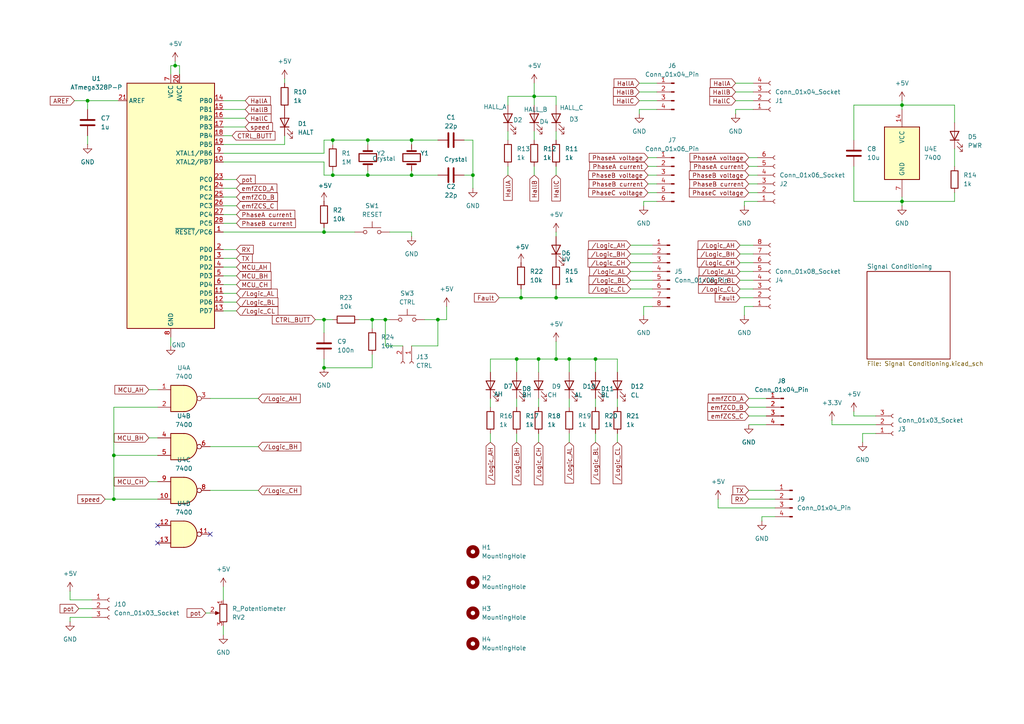
<source format=kicad_sch>
(kicad_sch (version 20250114) (generator "eeschema") (generator_version "9.0")
  (paper "A4")
  (junction (at 149.86 104.14))
  (junction (at 96.52 40.64))
  (junction (at 156.21 104.14))
  (junction (at 50.8 19.05))
  (junction (at 25.4 29.21))
  (junction (at 106.68 50.8))
  (junction (at 119.38 50.8))
  (junction (at 127 92.71))
  (junction (at 93.98 92.71))
  (junction (at 165.1 104.14))
  (junction (at 119.38 40.64))
  (junction (at 161.29 104.14))
  (junction (at 33.02 132.08))
  (junction (at 261.62 58.42))
  (junction (at 93.98 67.31))
  (junction (at 93.98 106.68))
  (junction (at 96.52 50.8))
  (junction (at 137.16 50.8))
  (junction (at 106.68 40.64))
  (junction (at 151.13 86.36))
  (junction (at 172.72 104.14))
  (junction (at 111.76 92.71))
  (junction (at 107.95 92.71))
  (junction (at 161.29 86.36))
  (junction (at 154.94 27.94))
  (junction (at 261.62 30.48))
  (junction (at 33.02 144.78))
  (no_connect (at 45.72 152.4))
  (no_connect (at 45.72 157.48))
  (no_connect (at 60.96 154.94))
  (wire (pts (xy 107.95 106.68) (xy 93.98 106.68)))
  (wire (pts (xy 172.72 104.14) (xy 172.72 107.95)))
  (wire (pts (xy 43.18 113.03) (xy 45.72 113.03)))
  (wire (pts (xy 64.77 67.31) (xy 93.98 67.31)))
  (wire (pts (xy 26.67 173.99) (xy 20.32 173.99)))
  (wire (pts (xy 208.28 147.32) (xy 224.79 147.32)))
  (wire (pts (xy 214.63 71.12) (xy 218.44 71.12)))
  (wire (pts (xy 33.02 144.78) (xy 45.72 144.78)))
  (wire (pts (xy 187.96 55.88) (xy 190.5 55.88)))
  (wire (pts (xy 149.86 118.11) (xy 149.86 115.57)))
  (wire (pts (xy 213.36 29.21) (xy 218.44 29.21)))
  (wire (pts (xy 119.38 40.64) (xy 119.38 41.91)))
  (wire (pts (xy 165.1 104.14) (xy 172.72 104.14)))
  (wire (pts (xy 161.29 83.82) (xy 161.29 86.36)))
  (wire (pts (xy 161.29 40.64) (xy 161.29 38.1)))
  (wire (pts (xy 182.88 83.82) (xy 189.23 83.82)))
  (wire (pts (xy 217.17 120.65) (xy 222.25 120.65)))
  (wire (pts (xy 64.77 31.75) (xy 71.12 31.75)))
  (wire (pts (xy 93.98 92.71) (xy 93.98 96.52)))
  (wire (pts (xy 64.77 80.01) (xy 68.58 80.01)))
  (wire (pts (xy 25.4 39.37) (xy 25.4 41.91)))
  (wire (pts (xy 49.53 19.05) (xy 50.8 19.05)))
  (wire (pts (xy 276.86 30.48) (xy 276.86 35.56)))
  (wire (pts (xy 93.98 40.64) (xy 96.52 40.64)))
  (wire (pts (xy 165.1 125.73) (xy 165.1 128.27)))
  (wire (pts (xy 93.98 66.04) (xy 93.98 67.31)))
  (wire (pts (xy 49.53 21.59) (xy 49.53 19.05)))
  (wire (pts (xy 64.77 59.69) (xy 68.58 59.69)))
  (wire (pts (xy 261.62 58.42) (xy 261.62 59.69)))
  (wire (pts (xy 64.77 46.99) (xy 93.98 46.99)))
  (wire (pts (xy 137.16 40.64) (xy 137.16 50.8)))
  (wire (pts (xy 185.42 31.75) (xy 185.42 33.02)))
  (wire (pts (xy 60.96 142.24) (xy 74.93 142.24)))
  (wire (pts (xy 147.32 40.64) (xy 147.32 38.1)))
  (wire (pts (xy 190.5 24.13) (xy 185.42 24.13)))
  (wire (pts (xy 142.24 118.11) (xy 142.24 115.57)))
  (wire (pts (xy 213.36 26.67) (xy 218.44 26.67)))
  (wire (pts (xy 142.24 125.73) (xy 142.24 128.27)))
  (wire (pts (xy 96.52 92.71) (xy 93.98 92.71)))
  (wire (pts (xy 96.52 40.64) (xy 96.52 41.91)))
  (wire (pts (xy 190.5 58.42) (xy 186.69 58.42)))
  (wire (pts (xy 247.65 119.38) (xy 247.65 120.65)))
  (wire (pts (xy 172.72 104.14) (xy 179.07 104.14)))
  (wire (pts (xy 142.24 104.14) (xy 149.86 104.14)))
  (wire (pts (xy 147.32 30.48) (xy 147.32 27.94)))
  (wire (pts (xy 50.8 19.05) (xy 52.07 19.05)))
  (wire (pts (xy 187.96 50.8) (xy 190.5 50.8)))
  (wire (pts (xy 64.77 64.77) (xy 68.58 64.77)))
  (wire (pts (xy 149.86 104.14) (xy 156.21 104.14)))
  (wire (pts (xy 22.86 176.53) (xy 26.67 176.53)))
  (wire (pts (xy 111.76 100.33) (xy 111.76 92.71)))
  (wire (pts (xy 144.78 86.36) (xy 151.13 86.36)))
  (wire (pts (xy 43.18 139.7) (xy 45.72 139.7)))
  (wire (pts (xy 127 50.8) (xy 119.38 50.8)))
  (wire (pts (xy 161.29 68.58) (xy 161.29 67.31)))
  (wire (pts (xy 217.17 55.88) (xy 219.71 55.88)))
  (wire (pts (xy 21.59 29.21) (xy 25.4 29.21)))
  (wire (pts (xy 50.8 17.78) (xy 50.8 19.05)))
  (wire (pts (xy 134.62 40.64) (xy 137.16 40.64)))
  (wire (pts (xy 213.36 24.13) (xy 218.44 24.13)))
  (wire (pts (xy 189.23 88.9) (xy 186.69 88.9)))
  (wire (pts (xy 64.77 74.93) (xy 68.58 74.93)))
  (wire (pts (xy 217.17 53.34) (xy 219.71 53.34)))
  (wire (pts (xy 64.77 29.21) (xy 71.12 29.21)))
  (wire (pts (xy 96.52 50.8) (xy 106.68 50.8)))
  (wire (pts (xy 214.63 76.2) (xy 218.44 76.2)))
  (wire (pts (xy 190.5 29.21) (xy 185.42 29.21)))
  (wire (pts (xy 165.1 118.11) (xy 165.1 115.57)))
  (wire (pts (xy 190.5 26.67) (xy 185.42 26.67)))
  (wire (pts (xy 137.16 50.8) (xy 137.16 54.61)))
  (wire (pts (xy 104.14 92.71) (xy 107.95 92.71)))
  (wire (pts (xy 161.29 104.14) (xy 165.1 104.14)))
  (wire (pts (xy 154.94 40.64) (xy 154.94 38.1)))
  (wire (pts (xy 161.29 99.06) (xy 161.29 104.14)))
  (wire (pts (xy 182.88 78.74) (xy 189.23 78.74)))
  (wire (pts (xy 261.62 57.15) (xy 261.62 58.42)))
  (wire (pts (xy 154.94 27.94) (xy 161.29 27.94)))
  (wire (pts (xy 276.86 55.88) (xy 276.86 58.42)))
  (wire (pts (xy 241.3 121.92) (xy 241.3 123.19)))
  (wire (pts (xy 156.21 104.14) (xy 156.21 107.95)))
  (wire (pts (xy 64.77 44.45) (xy 93.98 44.45)))
  (wire (pts (xy 151.13 83.82) (xy 151.13 86.36)))
  (wire (pts (xy 64.77 87.63) (xy 68.58 87.63)))
  (wire (pts (xy 93.98 50.8) (xy 93.98 46.99)))
  (wire (pts (xy 127 92.71) (xy 129.54 92.71)))
  (wire (pts (xy 182.88 76.2) (xy 189.23 76.2)))
  (wire (pts (xy 156.21 104.14) (xy 161.29 104.14)))
  (wire (pts (xy 219.71 58.42) (xy 215.9 58.42)))
  (wire (pts (xy 106.68 49.53) (xy 106.68 50.8)))
  (wire (pts (xy 220.98 151.13) (xy 220.98 149.86)))
  (wire (pts (xy 64.77 181.61) (xy 64.77 184.15)))
  (wire (pts (xy 142.24 107.95) (xy 142.24 104.14)))
  (wire (pts (xy 25.4 29.21) (xy 34.29 29.21)))
  (wire (pts (xy 220.98 149.86) (xy 224.79 149.86)))
  (wire (pts (xy 214.63 81.28) (xy 218.44 81.28)))
  (wire (pts (xy 215.9 58.42) (xy 215.9 59.69)))
  (wire (pts (xy 154.94 27.94) (xy 154.94 30.48)))
  (wire (pts (xy 82.55 22.86) (xy 82.55 24.13)))
  (wire (pts (xy 186.69 88.9) (xy 186.69 91.44)))
  (wire (pts (xy 113.03 67.31) (xy 119.38 67.31)))
  (wire (pts (xy 214.63 73.66) (xy 218.44 73.66)))
  (wire (pts (xy 154.94 24.13) (xy 154.94 27.94)))
  (wire (pts (xy 217.17 142.24) (xy 224.79 142.24)))
  (wire (pts (xy 179.07 118.11) (xy 179.07 115.57)))
  (wire (pts (xy 106.68 40.64) (xy 119.38 40.64)))
  (wire (pts (xy 161.29 48.26) (xy 161.29 50.8)))
  (wire (pts (xy 217.17 50.8) (xy 219.71 50.8)))
  (wire (pts (xy 247.65 58.42) (xy 261.62 58.42)))
  (wire (pts (xy 64.77 36.83) (xy 71.12 36.83)))
  (wire (pts (xy 218.44 88.9) (xy 215.9 88.9)))
  (wire (pts (xy 147.32 27.94) (xy 154.94 27.94)))
  (wire (pts (xy 20.32 179.07) (xy 20.32 180.34)))
  (wire (pts (xy 20.32 179.07) (xy 26.67 179.07)))
  (wire (pts (xy 107.95 92.71) (xy 111.76 92.71)))
  (wire (pts (xy 147.32 48.26) (xy 147.32 50.8)))
  (wire (pts (xy 276.86 58.42) (xy 261.62 58.42)))
  (wire (pts (xy 247.65 40.64) (xy 247.65 30.48)))
  (wire (pts (xy 64.77 90.17) (xy 68.58 90.17)))
  (wire (pts (xy 64.77 41.91) (xy 82.55 41.91)))
  (wire (pts (xy 215.9 88.9) (xy 215.9 91.44)))
  (wire (pts (xy 182.88 71.12) (xy 189.23 71.12)))
  (wire (pts (xy 214.63 78.74) (xy 218.44 78.74)))
  (wire (pts (xy 214.63 86.36) (xy 218.44 86.36)))
  (wire (pts (xy 33.02 132.08) (xy 45.72 132.08)))
  (wire (pts (xy 182.88 73.66) (xy 189.23 73.66)))
  (wire (pts (xy 156.21 118.11) (xy 156.21 115.57)))
  (wire (pts (xy 254 125.73) (xy 250.19 125.73)))
  (wire (pts (xy 64.77 77.47) (xy 68.58 77.47)))
  (wire (pts (xy 107.95 95.25) (xy 107.95 92.71)))
  (wire (pts (xy 33.02 132.08) (xy 33.02 144.78)))
  (wire (pts (xy 261.62 31.75) (xy 261.62 30.48)))
  (wire (pts (xy 64.77 57.15) (xy 68.58 57.15)))
  (wire (pts (xy 187.96 53.34) (xy 190.5 53.34)))
  (wire (pts (xy 217.17 48.26) (xy 219.71 48.26)))
  (wire (pts (xy 64.77 72.39) (xy 68.58 72.39)))
  (wire (pts (xy 119.38 100.33) (xy 127 100.33)))
  (wire (pts (xy 149.86 125.73) (xy 149.86 128.27)))
  (wire (pts (xy 60.96 115.57) (xy 74.93 115.57)))
  (wire (pts (xy 218.44 31.75) (xy 213.36 31.75)))
  (wire (pts (xy 52.07 19.05) (xy 52.07 21.59)))
  (wire (pts (xy 137.16 50.8) (xy 134.62 50.8)))
  (wire (pts (xy 96.52 49.53) (xy 96.52 50.8)))
  (wire (pts (xy 182.88 81.28) (xy 189.23 81.28)))
  (wire (pts (xy 187.96 48.26) (xy 190.5 48.26)))
  (wire (pts (xy 25.4 29.21) (xy 25.4 31.75)))
  (wire (pts (xy 93.98 44.45) (xy 93.98 40.64)))
  (wire (pts (xy 64.77 85.09) (xy 68.58 85.09)))
  (wire (pts (xy 247.65 48.26) (xy 247.65 58.42)))
  (wire (pts (xy 127 40.64) (xy 119.38 40.64)))
  (wire (pts (xy 49.53 97.79) (xy 49.53 100.33)))
  (wire (pts (xy 33.02 118.11) (xy 33.02 132.08)))
  (wire (pts (xy 111.76 92.71) (xy 113.03 92.71)))
  (wire (pts (xy 119.38 50.8) (xy 119.38 49.53)))
  (wire (pts (xy 64.77 170.18) (xy 64.77 173.99)))
  (wire (pts (xy 161.29 86.36) (xy 189.23 86.36)))
  (wire (pts (xy 186.69 58.42) (xy 186.69 59.69)))
  (wire (pts (xy 129.54 88.9) (xy 129.54 92.71)))
  (wire (pts (xy 172.72 125.73) (xy 172.72 128.27)))
  (wire (pts (xy 116.84 100.33) (xy 111.76 100.33)))
  (wire (pts (xy 33.02 118.11) (xy 45.72 118.11)))
  (wire (pts (xy 214.63 83.82) (xy 218.44 83.82)))
  (wire (pts (xy 93.98 104.14) (xy 93.98 106.68)))
  (wire (pts (xy 156.21 125.73) (xy 156.21 128.27)))
  (wire (pts (xy 149.86 104.14) (xy 149.86 107.95)))
  (wire (pts (xy 107.95 102.87) (xy 107.95 106.68)))
  (wire (pts (xy 213.36 31.75) (xy 213.36 33.02)))
  (wire (pts (xy 179.07 104.14) (xy 179.07 107.95)))
  (wire (pts (xy 261.62 30.48) (xy 261.62 29.21)))
  (wire (pts (xy 154.94 48.26) (xy 154.94 50.8)))
  (wire (pts (xy 82.55 41.91) (xy 82.55 39.37)))
  (wire (pts (xy 43.18 127) (xy 45.72 127)))
  (wire (pts (xy 172.72 118.11) (xy 172.72 115.57)))
  (wire (pts (xy 106.68 40.64) (xy 106.68 41.91)))
  (wire (pts (xy 64.77 52.07) (xy 68.58 52.07)))
  (wire (pts (xy 241.3 123.19) (xy 254 123.19)))
  (wire (pts (xy 217.17 144.78) (xy 224.79 144.78)))
  (wire (pts (xy 20.32 173.99) (xy 20.32 171.45)))
  (wire (pts (xy 59.69 177.8) (xy 60.96 177.8)))
  (wire (pts (xy 165.1 107.95) (xy 165.1 104.14)))
  (wire (pts (xy 119.38 67.31) (xy 119.38 68.58)))
  (wire (pts (xy 187.96 45.72) (xy 190.5 45.72)))
  (wire (pts (xy 247.65 120.65) (xy 254 120.65)))
  (wire (pts (xy 151.13 86.36) (xy 161.29 86.36)))
  (wire (pts (xy 250.19 125.73) (xy 250.19 128.27)))
  (wire (pts (xy 190.5 31.75) (xy 185.42 31.75)))
  (wire (pts (xy 247.65 30.48) (xy 261.62 30.48)))
  (wire (pts (xy 208.28 144.78) (xy 208.28 147.32)))
  (wire (pts (xy 91.44 92.71) (xy 93.98 92.71)))
  (wire (pts (xy 106.68 50.8) (xy 119.38 50.8)))
  (wire (pts (xy 64.77 62.23) (xy 68.58 62.23)))
  (wire (pts (xy 30.48 144.78) (xy 33.02 144.78)))
  (wire (pts (xy 127 100.33) (xy 127 92.71)))
  (wire (pts (xy 217.17 123.19) (xy 222.25 123.19)))
  (wire (pts (xy 64.77 82.55) (xy 68.58 82.55)))
  (wire (pts (xy 217.17 118.11) (xy 222.25 118.11)))
  (wire (pts (xy 123.19 92.71) (xy 127 92.71)))
  (wire (pts (xy 161.29 27.94) (xy 161.29 30.48)))
  (wire (pts (xy 276.86 43.18) (xy 276.86 48.26)))
  (wire (pts (xy 64.77 39.37) (xy 67.31 39.37)))
  (wire (pts (xy 179.07 125.73) (xy 179.07 128.27)))
  (wire (pts (xy 60.96 129.54) (xy 74.93 129.54)))
  (wire (pts (xy 64.77 34.29) (xy 71.12 34.29)))
  (wire (pts (xy 261.62 30.48) (xy 276.86 30.48)))
  (wire (pts (xy 96.52 40.64) (xy 106.68 40.64)))
  (wire (pts (xy 217.17 45.72) (xy 219.71 45.72)))
  (wire (pts (xy 93.98 67.31) (xy 102.87 67.31)))
  (wire (pts (xy 64.77 54.61) (xy 68.58 54.61)))
  (wire (pts (xy 93.98 50.8) (xy 96.52 50.8)))
  (wire (pts (xy 217.17 115.57) (xy 222.25 115.57)))
  (global_label "PhaseA current" (shape input) (at 68.58 62.23 0) (property "Intersheetrefs" "${INTERSHEET_REFS}" (effects (hide yes))))
  (global_label "speed" (shape input) (at 30.48 144.78 180) (property "Intersheetrefs" "${INTERSHEET_REFS}" (effects (hide yes))))
  (global_label "Fault" (shape input) (at 144.78 86.36 180) (property "Intersheetrefs" "${INTERSHEET_REFS}" (effects (hide yes))))
  (global_label "{slash}Logic_CL" (shape input) (at 179.07 128.27 270) (property "Intersheetrefs" "${INTERSHEET_REFS}" (effects (hide yes))))
  (global_label "emfZCD_B" (shape input) (at 68.58 57.15 0) (property "Intersheetrefs" "${INTERSHEET_REFS}" (effects (hide yes))))
  (global_label "PhaseA voltage" (shape input) (at 187.96 45.72 180) (property "Intersheetrefs" "${INTERSHEET_REFS}" (effects (hide yes))))
  (global_label "PhaseB current" (shape input) (at 68.58 64.77 0) (property "Intersheetrefs" "${INTERSHEET_REFS}" (effects (hide yes))))
  (global_label "PhaseC voltage" (shape input) (at 187.96 55.88 180) (property "Intersheetrefs" "${INTERSHEET_REFS}" (effects (hide yes))))
  (global_label "{slash}Logic_CH" (shape input) (at 156.21 128.27 270) (property "Intersheetrefs" "${INTERSHEET_REFS}" (effects (hide yes))))
  (global_label "MCU_BH" (shape input) (at 43.18 127 180) (property "Intersheetrefs" "${INTERSHEET_REFS}" (effects (hide yes))))
  (global_label "HallA" (shape input) (at 71.12 29.21 0) (property "Intersheetrefs" "${INTERSHEET_REFS}" (effects (hide yes))))
  (global_label "HallA" (shape input) (at 185.42 24.13 180) (property "Intersheetrefs" "${INTERSHEET_REFS}" (effects (hide yes))))
  (global_label "{slash}Logic_AL" (shape input) (at 182.88 78.74 180) (property "Intersheetrefs" "${INTERSHEET_REFS}" (effects (hide yes))))
  (global_label "{slash}Logic_BH" (shape input) (at 214.63 73.66 180) (property "Intersheetrefs" "${INTERSHEET_REFS}" (effects (hide yes))))
  (global_label "CTRL_BUTT" (shape input) (at 67.31 39.37 0) (property "Intersheetrefs" "${INTERSHEET_REFS}" (effects (hide yes))))
  (global_label "{slash}Logic_CH" (shape input) (at 214.63 76.2 180) (property "Intersheetrefs" "${INTERSHEET_REFS}" (effects (hide yes))))
  (global_label "{slash}Logic_AL" (shape input) (at 165.1 128.27 270) (property "Intersheetrefs" "${INTERSHEET_REFS}" (effects (hide yes))))
  (global_label "{slash}Logic_CL" (shape input) (at 68.58 90.17 0) (property "Intersheetrefs" "${INTERSHEET_REFS}" (effects (hide yes))))
  (global_label "HallB" (shape input) (at 154.94 50.8 270) (property "Intersheetrefs" "${INTERSHEET_REFS}" (effects (hide yes))))
  (global_label "speed" (shape input) (at 71.12 36.83 0) (property "Intersheetrefs" "${INTERSHEET_REFS}" (effects (hide yes))))
  (global_label "{slash}Logic_CH" (shape input) (at 74.93 142.24 0) (property "Intersheetrefs" "${INTERSHEET_REFS}" (effects (hide yes))))
  (global_label "{slash}Logic_BL" (shape input) (at 214.63 81.28 180) (property "Intersheetrefs" "${INTERSHEET_REFS}" (effects (hide yes))))
  (global_label "{slash}Logic_CH" (shape input) (at 182.88 76.2 180) (property "Intersheetrefs" "${INTERSHEET_REFS}" (effects (hide yes))))
  (global_label "{slash}Logic_AH" (shape input) (at 74.93 115.57 0) (property "Intersheetrefs" "${INTERSHEET_REFS}" (effects (hide yes))))
  (global_label "pot" (shape input) (at 68.58 52.07 0) (property "Intersheetrefs" "${INTERSHEET_REFS}" (effects (hide yes))))
  (global_label "PhaseA voltage" (shape input) (at 217.17 45.72 180) (property "Intersheetrefs" "${INTERSHEET_REFS}" (effects (hide yes))))
  (global_label "{slash}Logic_AL" (shape input) (at 214.63 78.74 180) (property "Intersheetrefs" "${INTERSHEET_REFS}" (effects (hide yes))))
  (global_label "PhaseB voltage" (shape input) (at 187.96 50.8 180) (property "Intersheetrefs" "${INTERSHEET_REFS}" (effects (hide yes))))
  (global_label "PhaseB current" (shape input) (at 187.96 53.34 180) (property "Intersheetrefs" "${INTERSHEET_REFS}" (effects (hide yes))))
  (global_label "emfZCS_C" (shape input) (at 68.58 59.69 0) (property "Intersheetrefs" "${INTERSHEET_REFS}" (effects (hide yes))))
  (global_label "TX" (shape input) (at 68.58 74.93 0) (property "Intersheetrefs" "${INTERSHEET_REFS}" (effects (hide yes))))
  (global_label "MCU_AH" (shape input) (at 43.18 113.03 180) (property "Intersheetrefs" "${INTERSHEET_REFS}" (effects (hide yes))))
  (global_label "AREF" (shape input) (at 21.59 29.21 180) (property "Intersheetrefs" "${INTERSHEET_REFS}" (effects (hide yes))))
  (global_label "{slash}Logic_AH" (shape input) (at 214.63 71.12 180) (property "Intersheetrefs" "${INTERSHEET_REFS}" (effects (hide yes))))
  (global_label "PhaseA current" (shape input) (at 217.17 48.26 180) (property "Intersheetrefs" "${INTERSHEET_REFS}" (effects (hide yes))))
  (global_label "PhaseB current" (shape input) (at 217.17 53.34 180) (property "Intersheetrefs" "${INTERSHEET_REFS}" (effects (hide yes))))
  (global_label "Fault" (shape input) (at 214.63 86.36 180) (property "Intersheetrefs" "${INTERSHEET_REFS}" (effects (hide yes))))
  (global_label "MCU_CH" (shape input) (at 43.18 139.7 180) (property "Intersheetrefs" "${INTERSHEET_REFS}" (effects (hide yes))))
  (global_label "HallB" (shape input) (at 213.36 26.67 180) (property "Intersheetrefs" "${INTERSHEET_REFS}" (effects (hide yes))))
  (global_label "HallC" (shape input) (at 213.36 29.21 180) (property "Intersheetrefs" "${INTERSHEET_REFS}" (effects (hide yes))))
  (global_label "emfZCD_A" (shape input) (at 217.17 115.57 180) (property "Intersheetrefs" "${INTERSHEET_REFS}" (effects (hide yes))))
  (global_label "HallA" (shape input) (at 213.36 24.13 180) (property "Intersheetrefs" "${INTERSHEET_REFS}" (effects (hide yes))))
  (global_label "RX" (shape input) (at 68.58 72.39 0) (property "Intersheetrefs" "${INTERSHEET_REFS}" (effects (hide yes))))
  (global_label "{slash}Logic_BL" (shape input) (at 172.72 128.27 270) (property "Intersheetrefs" "${INTERSHEET_REFS}" (effects (hide yes))))
  (global_label "{slash}Logic_BL" (shape input) (at 182.88 81.28 180) (property "Intersheetrefs" "${INTERSHEET_REFS}" (effects (hide yes))))
  (global_label "{slash}Logic_BL" (shape input) (at 68.58 87.63 0) (property "Intersheetrefs" "${INTERSHEET_REFS}" (effects (hide yes))))
  (global_label "HallB" (shape input) (at 71.12 31.75 0) (property "Intersheetrefs" "${INTERSHEET_REFS}" (effects (hide yes))))
  (global_label "{slash}Logic_CL" (shape input) (at 182.88 83.82 180) (property "Intersheetrefs" "${INTERSHEET_REFS}" (effects (hide yes))))
  (global_label "RX" (shape input) (at 217.17 144.78 180) (property "Intersheetrefs" "${INTERSHEET_REFS}" (effects (hide yes))))
  (global_label "emfZCS_C" (shape input) (at 217.17 120.65 180) (property "Intersheetrefs" "${INTERSHEET_REFS}" (effects (hide yes))))
  (global_label "MCU_AH" (shape input) (at 68.58 77.47 0) (property "Intersheetrefs" "${INTERSHEET_REFS}" (effects (hide yes))))
  (global_label "emfZCD_A" (shape input) (at 68.58 54.61 0) (property "Intersheetrefs" "${INTERSHEET_REFS}" (effects (hide yes))))
  (global_label "HallC" (shape input) (at 161.29 50.8 270) (property "Intersheetrefs" "${INTERSHEET_REFS}" (effects (hide yes))))
  (global_label "{slash}Logic_BH" (shape input) (at 74.93 129.54 0) (property "Intersheetrefs" "${INTERSHEET_REFS}" (effects (hide yes))))
  (global_label "{slash}Logic_AH" (shape input) (at 182.88 71.12 180) (property "Intersheetrefs" "${INTERSHEET_REFS}" (effects (hide yes))))
  (global_label "{slash}Logic_AH" (shape input) (at 142.24 128.27 270) (property "Intersheetrefs" "${INTERSHEET_REFS}" (effects (hide yes))))
  (global_label "HallC" (shape input) (at 185.42 29.21 180) (property "Intersheetrefs" "${INTERSHEET_REFS}" (effects (hide yes))))
  (global_label "{slash}Logic_AL" (shape input) (at 68.58 85.09 0) (property "Intersheetrefs" "${INTERSHEET_REFS}" (effects (hide yes))))
  (global_label "PhaseA current" (shape input) (at 187.96 48.26 180) (property "Intersheetrefs" "${INTERSHEET_REFS}" (effects (hide yes))))
  (global_label "TX" (shape input) (at 217.17 142.24 180) (property "Intersheetrefs" "${INTERSHEET_REFS}" (effects (hide yes))))
  (global_label "emfZCD_B" (shape input) (at 217.17 118.11 180) (property "Intersheetrefs" "${INTERSHEET_REFS}" (effects (hide yes))))
  (global_label "{slash}Logic_CL" (shape input) (at 214.63 83.82 180) (property "Intersheetrefs" "${INTERSHEET_REFS}" (effects (hide yes))))
  (global_label "{slash}Logic_BH" (shape input) (at 182.88 73.66 180) (property "Intersheetrefs" "${INTERSHEET_REFS}" (effects (hide yes))))
  (global_label "CTRL_BUTT" (shape input) (at 91.44 92.71 180) (property "Intersheetrefs" "${INTERSHEET_REFS}" (effects (hide yes))))
  (global_label "MCU_BH" (shape input) (at 68.58 80.01 0) (property "Intersheetrefs" "${INTERSHEET_REFS}" (effects (hide yes))))
  (global_label "HallB" (shape input) (at 185.42 26.67 180) (property "Intersheetrefs" "${INTERSHEET_REFS}" (effects (hide yes))))
  (global_label "pot" (shape input) (at 22.86 176.53 180) (property "Intersheetrefs" "${INTERSHEET_REFS}" (effects (hide yes))))
  (global_label "HallC" (shape input) (at 71.12 34.29 0) (property "Intersheetrefs" "${INTERSHEET_REFS}" (effects (hide yes))))
  (global_label "{slash}Logic_BH" (shape input) (at 149.86 128.27 270) (property "Intersheetrefs" "${INTERSHEET_REFS}" (effects (hide yes))))
  (global_label "PhaseC voltage" (shape input) (at 217.17 55.88 180) (property "Intersheetrefs" "${INTERSHEET_REFS}" (effects (hide yes))))
  (global_label "PhaseB voltage" (shape input) (at 217.17 50.8 180) (property "Intersheetrefs" "${INTERSHEET_REFS}" (effects (hide yes))))
  (global_label "HallA" (shape input) (at 147.32 50.8 270) (property "Intersheetrefs" "${INTERSHEET_REFS}" (effects (hide yes))))
  (global_label "pot" (shape input) (at 59.69 177.8 180) (property "Intersheetrefs" "${INTERSHEET_REFS}" (effects (hide yes))))
  (global_label "MCU_CH" (shape input) (at 68.58 82.55 0) (property "Intersheetrefs" "${INTERSHEET_REFS}" (effects (hide yes))))
  (symbol (lib_id "Device:R") (at 151.13 80.01 0) (unit 1)
    (property "Reference" "R22" (at 153.67 78.7399 0) (effects (justify left)))
    (property "Value" "10k" (at 153.67 81.2799 0) (effects (justify left)))
    (property "Footprint" "Resistor_SMD:R_1206_3216Metric_Pad1.30x1.75mm_HandSolder" (effects (hide yes)))
    (property "Description" "Resistor" (effects (hide yes)))
  )
  (symbol (lib_id "Device:R") (at 93.98 62.23 0) (unit 1)
    (property "Reference" "R2" (at 96.52 60.9599 0) (effects (justify left)))
    (property "Value" "10k" (at 96.52 63.4999 0) (effects (justify left)))
    (property "Footprint" "Resistor_SMD:R_1206_3216Metric_Pad1.30x1.75mm_HandSolder" (effects (hide yes)))
    (property "Description" "Resistor" (effects (hide yes)))
  )
  (symbol (lib_id "Device:C") (at 25.4 35.56 0) (unit 1)
    (property "Reference" "C7" (at 29.21 34.2899 0) (effects (justify left)))
    (property "Value" "1u" (at 29.21 36.8299 0) (effects (justify left)))
    (property "Footprint" "Capacitor_SMD:C_0805_2012Metric_Pad1.18x1.45mm_HandSolder" (effects (hide yes)))
    (property "Description" "Unpolarized capacitor" (effects (hide yes)))
  )
  (symbol (lib_id "power:GND") (at 217.17 123.19 0) (mirror y) (unit 1)
    (property "Reference" "#PWR029" (effects (hide yes)))
    (property "Value" "GND" (at 217.17 128.27 0))
    (property "Description" "Power symbol creates a global label with name \"GND\" , ground" (effects (hide yes)))
  )
  (symbol (lib_id "power:+5V") (at 82.55 22.86 0) (unit 1)
    (property "Reference" "#PWR030" (effects (hide yes)))
    (property "Value" "+5V" (at 82.55 17.78 0))
    (property "Description" "Power symbol creates a global label with name \"+5V\"" (effects (hide yes)))
  )
  (symbol (lib_id "Device:R") (at 179.07 121.92 0) (unit 1)
    (property "Reference" "R21" (at 181.61 120.6499 0) (effects (justify left)))
    (property "Value" "1k" (at 181.61 123.1899 0) (effects (justify left)))
    (property "Footprint" "Resistor_SMD:R_0805_2012Metric_Pad1.20x1.40mm_HandSolder" (effects (hide yes)))
    (property "Description" "Resistor" (effects (hide yes)))
  )
  (symbol (lib_id "Connector:Conn_01x03_Socket") (at 259.08 123.19 0) (mirror x) (unit 1)
    (property "Reference" "J3" (at 260.35 124.4601 0) (effects (justify left)))
    (property "Value" "Conn_01x03_Socket" (at 260.35 121.9201 0) (effects (justify left)))
    (property "Footprint" "Connector_JST:JST_EH_B3B-EH-A_1x03_P2.50mm_Vertical" (effects (hide yes)))
    (property "Description" "Generic connector, single row, 01x03, script generated" (effects (hide yes)))
  )
  (symbol (lib_id "Device:LED") (at 149.86 111.76 90) (unit 1)
    (property "Reference" "D8" (at 151.384 112.776 90) (effects (justify right)))
    (property "Value" "BH" (at 151.384 114.554 90) (effects (justify right)))
    (property "Footprint" "LED_THT:LED_D3.0mm" (effects (hide yes)))
    (property "Description" "Light emitting diode" (effects (hide yes)))
    (property "Sim.Pins" "1=K 2=A" (effects (hide yes)))
  )
  (symbol (lib_id "power:+5V") (at 50.8 17.78 0) (unit 1)
    (property "Reference" "#PWR09" (effects (hide yes)))
    (property "Value" "+5V" (at 50.8 12.7 0))
    (property "Description" "Power symbol creates a global label with name \"+5V\"" (effects (hide yes)))
  )
  (symbol (lib_id "Connector:Conn_01x06_Pin") (at 195.58 50.8 0) (mirror y) (unit 1)
    (property "Reference" "J7" (at 194.945 40.64 0))
    (property "Value" "Conn_01x06_Pin" (at 194.945 43.18 0))
    (property "Footprint" "Connector_PinHeader_2.54mm:PinHeader_1x06_P2.54mm_Vertical" (effects (hide yes)))
    (property "Description" "Generic connector, single row, 01x06, script generated" (effects (hide yes)))
  )
  (symbol (lib_id "power:GND") (at 20.32 180.34 0) (unit 1)
    (property "Reference" "#PWR017" (effects (hide yes)))
    (property "Value" "GND" (at 20.32 185.42 0))
    (property "Description" "Power symbol creates a global label with name \"GND\" , ground" (effects (hide yes)))
  )
  (symbol (lib_id "Mechanical:MountingHole") (at 137.16 168.91 0) (unit 1) (exclude_from_sim yes) (in_bom no)
    (property "Reference" "H2" (at 139.7 167.6399 0) (effects (justify left)))
    (property "Value" "MountingHole" (at 139.7 170.1799 0) (effects (justify left)))
    (property "Footprint" "MountingHole:MountingHole_3.2mm_M3" (effects (hide yes)))
    (property "Description" "Mounting Hole without connection" (effects (hide yes)))
  )
  (symbol (lib_id "Connector:Conn_01x04_Pin") (at 195.58 26.67 0) (mirror y) (unit 1)
    (property "Reference" "J6" (at 194.945 19.05 0))
    (property "Value" "Conn_01x04_Pin" (at 194.945 21.59 0))
    (property "Footprint" "Connector_PinHeader_2.54mm:PinHeader_1x04_P2.54mm_Vertical" (effects (hide yes)))
    (property "Description" "Generic connector, single row, 01x04, script generated" (effects (hide yes)))
  )
  (symbol (lib_id "power:GND") (at 25.4 41.91 0) (unit 1)
    (property "Reference" "#PWR014" (effects (hide yes)))
    (property "Value" "GND" (at 25.4 46.99 0))
    (property "Description" "Power symbol creates a global label with name \"GND\" , ground" (effects (hide yes)))
  )
  (symbol (lib_id "Device:R") (at 82.55 27.94 0) (unit 1)
    (property "Reference" "R10" (at 85.09 26.6699 0) (effects (justify left)))
    (property "Value" "1k" (at 85.09 29.2099 0) (effects (justify left)))
    (property "Footprint" "Resistor_SMD:R_0805_2012Metric_Pad1.20x1.40mm_HandSolder" (effects (hide yes)))
    (property "Description" "Resistor" (effects (hide yes)))
  )
  (symbol (lib_id "Device:C") (at 130.81 50.8 90) (unit 1)
    (property "Reference" "C2" (at 130.81 54.102 90))
    (property "Value" "22p" (at 130.81 56.642 90))
    (property "Footprint" "Capacitor_SMD:C_0805_2012Metric_Pad1.18x1.45mm_HandSolder" (effects (hide yes)))
    (property "Description" "Unpolarized capacitor" (effects (hide yes)))
  )
  (symbol (lib_id "74xx:7400") (at 53.34 154.94 0) (unit 4)
    (property "Reference" "U4" (at 53.3317 146.05 0))
    (property "Value" "7400" (at 53.3317 148.59 0))
    (property "Footprint" "Package_SO:SOIC-14_3.9x8.7mm_P1.27mm" (effects (hide yes)))
    (property "Datasheet" "http://www.ti.com/lit/gpn/sn7400" (effects (hide yes)))
    (property "Description" "quad 2-input NAND gate" (effects (hide yes)))
  )
  (symbol (lib_id "Connector:Conn_01x08_Socket") (at 223.52 81.28 0) (mirror x) (unit 1)
    (property "Reference" "J4" (at 224.79 81.2801 0) (effects (justify left)))
    (property "Value" "Conn_01x08_Socket" (at 224.79 78.7401 0) (effects (justify left)))
    (property "Footprint" "Connector_JST:JST_EH_B8B-EH-A_1x08_P2.50mm_Vertical" (effects (hide yes)))
    (property "Description" "Generic connector, single row, 01x08, script generated" (effects (hide yes)))
  )
  (symbol (lib_id "Connector:Conn_01x06_Socket") (at 224.79 53.34 0) (mirror x) (unit 1)
    (property "Reference" "J2" (at 226.06 53.3401 0) (effects (justify left)))
    (property "Value" "Conn_01x06_Socket" (at 226.06 50.8001 0) (effects (justify left)))
    (property "Footprint" "Connector_JST:JST_EH_B6B-EH-A_1x06_P2.50mm_Vertical" (effects (hide yes)))
    (property "Description" "Generic connector, single row, 01x06, script generated" (effects (hide yes)))
  )
  (symbol (lib_id "Device:LED") (at 154.94 34.29 90) (unit 1)
    (property "Reference" "D4" (at 156.464 35.306 90) (effects (justify right)))
    (property "Value" "HALL_B" (at 151.892 31.75 90) (effects (justify right)))
    (property "Footprint" "LED_THT:LED_D3.0mm" (effects (hide yes)))
    (property "Description" "Light emitting diode" (effects (hide yes)))
    (property "Sim.Pins" "1=K 2=A" (effects (hide yes)))
  )
  (symbol (lib_id "Switch:SW_Push") (at 118.11 92.71 0) (unit 1)
    (property "Reference" "SW3" (at 118.11 85.09 0))
    (property "Value" "CTRL" (at 118.11 87.63 0))
    (property "Footprint" "libMain:SW_BUTT-2" (effects (hide yes)))
    (property "Description" "Push button switch, generic, two pins" (effects (hide yes)))
  )
  (symbol (lib_id "Device:C") (at 93.98 100.33 0) (unit 1)
    (property "Reference" "C9" (at 97.79 99.0599 0) (effects (justify left)))
    (property "Value" "100n" (at 97.79 101.5999 0) (effects (justify left)))
    (property "Footprint" "Capacitor_SMD:C_0805_2012Metric_Pad1.18x1.45mm_HandSolder" (effects (hide yes)))
    (property "Description" "Unpolarized capacitor" (effects (hide yes)))
  )
  (symbol (lib_id "Device:R") (at 156.21 121.92 0) (unit 1)
    (property "Reference" "R18" (at 158.75 120.6499 0) (effects (justify left)))
    (property "Value" "1k" (at 158.75 123.1899 0) (effects (justify left)))
    (property "Footprint" "Resistor_SMD:R_0805_2012Metric_Pad1.20x1.40mm_HandSolder" (effects (hide yes)))
    (property "Description" "Resistor" (effects (hide yes)))
  )
  (symbol (lib_id "74xx:7400") (at 53.34 115.57 0) (unit 1)
    (property "Reference" "U4" (at 53.3317 106.68 0))
    (property "Value" "7400" (at 53.3317 109.22 0))
    (property "Footprint" "Package_SO:SOIC-14_3.9x8.7mm_P1.27mm" (effects (hide yes)))
    (property "Datasheet" "http://www.ti.com/lit/gpn/sn7400" (effects (hide yes)))
    (property "Description" "quad 2-input NAND gate" (effects (hide yes)))
  )
  (symbol (lib_id "power:GND") (at 119.38 68.58 0) (unit 1)
    (property "Reference" "#PWR07" (effects (hide yes)))
    (property "Value" "GND" (at 119.38 73.66 0))
    (property "Description" "Power symbol creates a global label with name \"GND\" , ground" (effects (hide yes)))
  )
  (symbol (lib_id "Device:LED") (at 161.29 34.29 90) (unit 1)
    (property "Reference" "D3" (at 165.1 34.6074 90) (effects (justify right)))
    (property "Value" "HALL_C" (at 162.306 31.242 90) (effects (justify right)))
    (property "Footprint" "LED_THT:LED_D3.0mm" (effects (hide yes)))
    (property "Description" "Light emitting diode" (effects (hide yes)))
    (property "Sim.Pins" "1=K 2=A" (effects (hide yes)))
  )
  (symbol (lib_id "Device:R") (at 149.86 121.92 0) (unit 1)
    (property "Reference" "R17" (at 152.4 120.6499 0) (effects (justify left)))
    (property "Value" "1k" (at 152.4 123.1899 0) (effects (justify left)))
    (property "Footprint" "Resistor_SMD:R_0805_2012Metric_Pad1.20x1.40mm_HandSolder" (effects (hide yes)))
    (property "Description" "Resistor" (effects (hide yes)))
  )
  (symbol (lib_id "Device:C") (at 247.65 44.45 0) (unit 1)
    (property "Reference" "C8" (at 251.46 43.1799 0) (effects (justify left)))
    (property "Value" "10u" (at 251.46 45.7199 0) (effects (justify left)))
    (property "Footprint" "Capacitor_SMD:C_0805_2012Metric_Pad1.18x1.45mm_HandSolder" (effects (hide yes)))
    (property "Description" "Unpolarized capacitor" (effects (hide yes)))
  )
  (symbol (lib_id "power:GND") (at 93.98 106.68 0) (unit 1)
    (property "Reference" "#PWR037" (effects (hide yes)))
    (property "Value" "GND" (at 93.98 111.76 0))
    (property "Description" "Power symbol creates a global label with name \"GND\" , ground" (effects (hide yes)))
  )
  (symbol (lib_id "Device:R") (at 96.52 45.72 0) (unit 1)
    (property "Reference" "R1" (at 99.06 44.4499 0) (effects (justify left)))
    (property "Value" "1M" (at 99.06 46.9899 0) (effects (justify left)))
    (property "Footprint" "Resistor_SMD:R_1206_3216Metric_Pad1.30x1.75mm_HandSolder" (effects (hide yes)))
    (property "Description" "Resistor" (effects (hide yes)))
  )
  (symbol (lib_id "power:GND") (at 137.16 54.61 0) (unit 1)
    (property "Reference" "#PWR06" (effects (hide yes)))
    (property "Value" "GND" (at 137.16 59.69 0))
    (property "Description" "Power symbol creates a global label with name \"GND\" , ground" (effects (hide yes)))
  )
  (symbol (lib_id "power:+5V") (at 151.13 76.2 0) (unit 1)
    (property "Reference" "#PWR036" (effects (hide yes)))
    (property "Value" "+5V" (at 151.384 71.628 0))
    (property "Description" "Power symbol creates a global label with name \"+5V\"" (effects (hide yes)))
  )
  (symbol (lib_id "Device:R") (at 276.86 52.07 0) (unit 1)
    (property "Reference" "R14" (at 279.4 50.7999 0) (effects (justify left)))
    (property "Value" "1k" (at 279.4 53.3399 0) (effects (justify left)))
    (property "Footprint" "Resistor_SMD:R_0805_2012Metric_Pad1.20x1.40mm_HandSolder" (effects (hide yes)))
    (property "Description" "Resistor" (effects (hide yes)))
  )
  (symbol (lib_id "Device:LED") (at 82.55 35.56 90) (unit 1)
    (property "Reference" "D1" (at 86.36 35.8774 90) (effects (justify right)))
    (property "Value" "HALT" (at 86.36 38.4174 90) (effects (justify right)))
    (property "Footprint" "LED_THT:LED_D3.0mm" (effects (hide yes)))
    (property "Description" "Light emitting diode" (effects (hide yes)))
    (property "Sim.Pins" "1=K 2=A" (effects (hide yes)))
  )
  (symbol (lib_id "power:+5V") (at 261.62 29.21 0) (unit 1)
    (property "Reference" "#PWR025" (effects (hide yes)))
    (property "Value" "+5V" (at 261.62 24.13 0))
    (property "Description" "Power symbol creates a global label with name \"+5V\"" (effects (hide yes)))
  )
  (symbol (lib_id "power:+5V") (at 129.54 88.9 0) (unit 1)
    (property "Reference" "#PWR038" (effects (hide yes)))
    (property "Value" "+5V" (at 129.54 83.82 0))
    (property "Description" "Power symbol creates a global label with name \"+5V\"" (effects (hide yes)))
  )
  (symbol (lib_id "Device:LED") (at 156.21 111.76 90) (unit 1)
    (property "Reference" "D9" (at 160.02 112.0774 90) (effects (justify right)))
    (property "Value" "CH" (at 158.75 114.554 90) (effects (justify right)))
    (property "Footprint" "LED_THT:LED_D3.0mm" (effects (hide yes)))
    (property "Description" "Light emitting diode" (effects (hide yes)))
    (property "Sim.Pins" "1=K 2=A" (effects (hide yes)))
  )
  (symbol (lib_id "power:GND") (at 185.42 33.02 0) (unit 1)
    (property "Reference" "#PWR026" (effects (hide yes)))
    (property "Value" "GND" (at 185.42 38.1 0))
    (property "Description" "Power symbol creates a global label with name \"GND\" , ground" (effects (hide yes)))
  )
  (symbol (lib_id "Device:LED") (at 179.07 111.76 90) (unit 1)
    (property "Reference" "D12" (at 182.88 112.0774 90) (effects (justify right)))
    (property "Value" "CL" (at 182.88 114.6174 90) (effects (justify right)))
    (property "Footprint" "LED_THT:LED_D3.0mm" (effects (hide yes)))
    (property "Description" "Light emitting diode" (effects (hide yes)))
    (property "Sim.Pins" "1=K 2=A" (effects (hide yes)))
  )
  (symbol (lib_id "power:GND") (at 215.9 59.69 0) (unit 1)
    (property "Reference" "#PWR011" (effects (hide yes)))
    (property "Value" "GND" (at 215.9 64.77 0))
    (property "Description" "Power symbol creates a global label with name \"GND\" , ground" (effects (hide yes)))
  )
  (symbol (lib_id "power:+5V") (at 208.28 144.78 0) (unit 1)
    (property "Reference" "#PWR031" (effects (hide yes)))
    (property "Value" "+5V" (at 208.28 139.7 0))
    (property "Description" "Power symbol creates a global label with name \"+5V\"" (effects (hide yes)))
  )
  (symbol (lib_id "74xx:7400") (at 53.34 142.24 0) (unit 3)
    (property "Reference" "U4" (at 53.3317 133.35 0))
    (property "Value" "7400" (at 53.3317 135.89 0))
    (property "Footprint" "Package_SO:SOIC-14_3.9x8.7mm_P1.27mm" (effects (hide yes)))
    (property "Datasheet" "http://www.ti.com/lit/gpn/sn7400" (effects (hide yes)))
    (property "Description" "quad 2-input NAND gate" (effects (hide yes)))
  )
  (symbol (lib_id "power:GND") (at 213.36 33.02 0) (unit 1)
    (property "Reference" "#PWR010" (effects (hide yes)))
    (property "Value" "GND" (at 213.36 38.1 0))
    (property "Description" "Power symbol creates a global label with name \"GND\" , ground" (effects (hide yes)))
  )
  (symbol (lib_id "Connector:Conn_01x02_Socket") (at 119.38 105.41 270) (unit 1)
    (property "Reference" "J13" (at 120.65 103.5049 90) (effects (justify left)))
    (property "Value" "CTRL" (at 120.65 106.0449 90) (effects (justify left)))
    (property "Footprint" "Connector_JST:JST_EH_B2B-EH-A_1x02_P2.50mm_Vertical" (effects (hide yes)))
    (property "Description" "Generic connector, single row, 01x02, script generated" (effects (hide yes)))
  )
  (symbol (lib_id "power:GND") (at 49.53 100.33 0) (unit 1)
    (property "Reference" "#PWR01" (effects (hide yes)))
    (property "Value" "GND" (at 51.816 100.076 0))
    (property "Description" "Power symbol creates a global label with name \"GND\" , ground" (effects (hide yes)))
  )
  (symbol (lib_id "Device:R") (at 154.94 44.45 0) (unit 1)
    (property "Reference" "R12" (at 157.48 43.1799 0) (effects (justify left)))
    (property "Value" "1k" (at 157.48 45.7199 0) (effects (justify left)))
    (property "Footprint" "Resistor_SMD:R_0805_2012Metric_Pad1.20x1.40mm_HandSolder" (effects (hide yes)))
    (property "Description" "Resistor" (effects (hide yes)))
  )
  (symbol (lib_id "power:+5V") (at 93.98 58.42 0) (unit 1)
    (property "Reference" "#PWR08" (effects (hide yes)))
    (property "Value" "+5V" (at 94.234 53.848 0))
    (property "Description" "Power symbol creates a global label with name \"+5V\"" (effects (hide yes)))
  )
  (symbol (lib_id "Device:LED") (at 172.72 111.76 90) (unit 1)
    (property "Reference" "D11" (at 174.244 112.776 90) (effects (justify right)))
    (property "Value" "BL" (at 174.244 114.554 90) (effects (justify right)))
    (property "Footprint" "LED_THT:LED_D3.0mm" (effects (hide yes)))
    (property "Description" "Light emitting diode" (effects (hide yes)))
    (property "Sim.Pins" "1=K 2=A" (effects (hide yes)))
  )
  (symbol (lib_id "Mechanical:MountingHole") (at 137.16 177.8 0) (unit 1) (exclude_from_sim yes) (in_bom no)
    (property "Reference" "H3" (at 139.7 176.5299 0) (effects (justify left)))
    (property "Value" "MountingHole" (at 139.7 179.0699 0) (effects (justify left)))
    (property "Footprint" "MountingHole:MountingHole_3.2mm_M3" (effects (hide yes)))
    (property "Description" "Mounting Hole without connection" (effects (hide yes)))
  )
  (symbol (lib_id "power:+5V") (at 154.94 24.13 0) (unit 1)
    (property "Reference" "#PWR033" (effects (hide yes)))
    (property "Value" "+5V" (at 154.94 19.05 0))
    (property "Description" "Power symbol creates a global label with name \"+5V\"" (effects (hide yes)))
  )
  (symbol (lib_id "power:GND") (at 64.77 184.15 0) (unit 1)
    (property "Reference" "#PWR019" (effects (hide yes)))
    (property "Value" "GND" (at 64.77 189.23 0))
    (property "Description" "Power symbol creates a global label with name \"GND\" , ground" (effects (hide yes)))
  )
  (symbol (lib_id "Connector:Conn_01x04_Pin") (at 227.33 118.11 0) (mirror y) (unit 1)
    (property "Reference" "J8" (at 226.695 110.49 0))
    (property "Value" "Conn_01x04_Pin" (at 226.695 113.03 0))
    (property "Footprint" "Connector_PinHeader_2.54mm:PinHeader_1x04_P2.54mm_Vertical" (effects (hide yes)))
    (property "Description" "Generic connector, single row, 01x04, script generated" (effects (hide yes)))
  )
  (symbol (lib_id "power:GND") (at 186.69 91.44 0) (unit 1)
    (property "Reference" "#PWR028" (effects (hide yes)))
    (property "Value" "GND" (at 186.69 96.52 0))
    (property "Description" "Power symbol creates a global label with name \"GND\" , ground" (effects (hide yes)))
  )
  (symbol (lib_id "power:+5V") (at 20.32 171.45 0) (unit 1)
    (property "Reference" "#PWR018" (effects (hide yes)))
    (property "Value" "+5V" (at 20.32 166.37 0))
    (property "Description" "Power symbol creates a global label with name \"+5V\"" (effects (hide yes)))
  )
  (symbol (lib_id "Switch:SW_Push") (at 107.95 67.31 0) (unit 1)
    (property "Reference" "SW1" (at 107.95 59.69 0))
    (property "Value" "RESET" (at 107.95 62.23 0))
    (property "Footprint" "libMain:SW_BUTT-2" (effects (hide yes)))
    (property "Description" "Push button switch, generic, two pins" (effects (hide yes)))
  )
  (symbol (lib_id "Mechanical:MountingHole") (at 137.16 160.02 0) (unit 1) (exclude_from_sim yes) (in_bom no)
    (property "Reference" "H1" (at 139.7 158.7499 0) (effects (justify left)))
    (property "Value" "MountingHole" (at 139.7 161.2899 0) (effects (justify left)))
    (property "Footprint" "MountingHole:MountingHole_3.2mm_M3" (effects (hide yes)))
    (property "Description" "Mounting Hole without connection" (effects (hide yes)))
  )
  (symbol (lib_id "power:GND") (at 215.9 91.44 0) (unit 1)
    (property "Reference" "#PWR013" (effects (hide yes)))
    (property "Value" "GND" (at 215.9 96.52 0))
    (property "Description" "Power symbol creates a global label with name \"GND\" , ground" (effects (hide yes)))
  )
  (symbol (lib_id "power:+3.3V") (at 241.3 121.92 0) (unit 1)
    (property "Reference" "#PWR015" (effects (hide yes)))
    (property "Value" "+3.3V" (at 241.3 116.84 0))
    (property "Description" "Power symbol creates a global label with name \"+3.3V\"" (effects (hide yes)))
  )
  (symbol (lib_id "Connector:Conn_01x08_Pin") (at 194.31 78.74 0) (mirror y) (unit 1)
    (property "Reference" "J5" (at 195.58 78.7399 0) (effects (justify right)))
    (property "Value" "Conn_01x08_Pin" (at 195.58 81.2799 0) (effects (justify right)))
    (property "Footprint" "Connector_PinHeader_2.54mm:PinHeader_1x08_P2.54mm_Vertical" (effects (hide yes)))
    (property "Description" "Generic connector, single row, 01x08, script generated" (effects (hide yes)))
  )
  (symbol (lib_id "power:GND") (at 261.62 59.69 0) (unit 1)
    (property "Reference" "#PWR03" (effects (hide yes)))
    (property "Value" "GND" (at 261.62 64.77 0))
    (property "Description" "Power symbol creates a global label with name \"GND\" , ground" (effects (hide yes)))
  )
  (symbol (lib_id "Device:C") (at 130.81 40.64 90) (unit 1)
    (property "Reference" "C1" (at 130.81 34.036 90))
    (property "Value" "22p" (at 130.81 36.576 90))
    (property "Footprint" "Capacitor_SMD:C_0805_2012Metric_Pad1.18x1.45mm_HandSolder" (effects (hide yes)))
    (property "Description" "Unpolarized capacitor" (effects (hide yes)))
  )
  (symbol (lib_id "power:GND") (at 250.19 128.27 0) (unit 1)
    (property "Reference" "#PWR012" (effects (hide yes)))
    (property "Value" "GND" (at 250.19 133.35 0))
    (property "Description" "Power symbol creates a global label with name \"GND\" , ground" (effects (hide yes)))
  )
  (symbol (lib_id "Device:LED") (at 165.1 111.76 90) (unit 1)
    (property "Reference" "D10" (at 168.91 112.0774 90) (effects (justify right)))
    (property "Value" "AL" (at 166.624 114.554 90) (effects (justify right)))
    (property "Footprint" "LED_THT:LED_D3.0mm" (effects (hide yes)))
    (property "Description" "Light emitting diode" (effects (hide yes)))
    (property "Sim.Pins" "1=K 2=A" (effects (hide yes)))
  )
  (symbol (lib_id "Connector:Conn_01x04_Socket") (at 223.52 29.21 0) (mirror x) (unit 1)
    (property "Reference" "J1" (at 224.79 29.2101 0) (effects (justify left)))
    (property "Value" "Conn_01x04_Socket" (at 224.79 26.6701 0) (effects (justify left)))
    (property "Footprint" "Connector_JST:JST_EH_B4B-EH-A_1x04_P2.50mm_Vertical" (effects (hide yes)))
    (property "Description" "Generic connector, single row, 01x04, script generated" (effects (hide yes)))
  )
  (symbol (lib_id "Device:R") (at 161.29 44.45 0) (unit 1)
    (property "Reference" "R11" (at 163.83 43.1799 0) (effects (justify left)))
    (property "Value" "1k" (at 163.83 45.7199 0) (effects (justify left)))
    (property "Footprint" "Resistor_SMD:R_0805_2012Metric_Pad1.20x1.40mm_HandSolder" (effects (hide yes)))
    (property "Description" "Resistor" (effects (hide yes)))
  )
  (symbol (lib_id "Device:R") (at 172.72 121.92 0) (unit 1)
    (property "Reference" "R20" (at 175.26 120.6499 0) (effects (justify left)))
    (property "Value" "1k" (at 175.26 123.1899 0) (effects (justify left)))
    (property "Footprint" "Resistor_SMD:R_0805_2012Metric_Pad1.20x1.40mm_HandSolder" (effects (hide yes)))
    (property "Description" "Resistor" (effects (hide yes)))
  )
  (symbol (lib_id "Device:R") (at 161.29 80.01 0) (unit 1)
    (property "Reference" "R15" (at 163.83 78.7399 0) (effects (justify left)))
    (property "Value" "1k" (at 163.83 81.2799 0) (effects (justify left)))
    (property "Footprint" "Resistor_SMD:R_0805_2012Metric_Pad1.20x1.40mm_HandSolder" (effects (hide yes)))
    (property "Description" "Resistor" (effects (hide yes)))
  )
  (symbol (lib_id "power:+5V") (at 161.29 99.06 0) (unit 1)
    (property "Reference" "#PWR035" (effects (hide yes)))
    (property "Value" "+5V" (at 161.29 93.98 0))
    (property "Description" "Power symbol creates a global label with name \"+5V\"" (effects (hide yes)))
  )
  (symbol (lib_id "74xx:7400") (at 53.34 129.54 0) (unit 2)
    (property "Reference" "U4" (at 53.3317 120.65 0))
    (property "Value" "7400" (at 53.3317 123.19 0))
    (property "Footprint" "Package_SO:SOIC-14_3.9x8.7mm_P1.27mm" (effects (hide yes)))
    (property "Datasheet" "http://www.ti.com/lit/gpn/sn7400" (effects (hide yes)))
    (property "Description" "quad 2-input NAND gate" (effects (hide yes)))
  )
  (symbol (lib_id "Connector:Conn_01x03_Socket") (at 31.75 176.53 0) (unit 1)
    (property "Reference" "J10" (at 33.02 175.2599 0) (effects (justify left)))
    (property "Value" "Conn_01x03_Socket" (at 33.02 177.7999 0) (effects (justify left)))
    (property "Footprint" "Connector_JST:JST_EH_B3B-EH-A_1x03_P2.50mm_Vertical" (effects (hide yes)))
    (property "Description" "Generic connector, single row, 01x03, script generated" (effects (hide yes)))
  )
  (symbol (lib_id "Device:LED") (at 161.29 72.39 90) (unit 1)
    (property "Reference" "D6" (at 162.814 73.406 90) (effects (justify right)))
    (property "Value" "UV" (at 162.814 75.184 90) (effects (justify right)))
    (property "Footprint" "LED_THT:LED_D3.0mm" (effects (hide yes)))
    (property "Description" "Light emitting diode" (effects (hide yes)))
    (property "Sim.Pins" "1=K 2=A" (effects (hide yes)))
  )
  (symbol (lib_id "Device:LED") (at 147.32 34.29 90) (unit 1)
    (property "Reference" "D2" (at 148.844 34.798 90) (effects (justify right)))
    (property "Value" "HALL_A" (at 140.208 30.988 90) (effects (justify right)))
    (property "Footprint" "LED_THT:LED_D3.0mm" (effects (hide yes)))
    (property "Description" "Light emitting diode" (effects (hide yes)))
    (property "Sim.Pins" "1=K 2=A" (effects (hide yes)))
  )
  (symbol (lib_id "Connector:Conn_01x04_Pin") (at 229.87 144.78 0) (mirror y) (unit 1)
    (property "Reference" "J9" (at 231.14 144.7799 0) (effects (justify right)))
    (property "Value" "Conn_01x04_Pin" (at 231.14 147.3199 0) (effects (justify right)))
    (property "Footprint" "Connector_PinHeader_2.54mm:PinHeader_1x04_P2.54mm_Vertical" (effects (hide yes)))
    (property "Description" "Generic connector, single row, 01x04, script generated" (effects (hide yes)))
  )
  (symbol (lib_id "power:+5V") (at 64.77 170.18 0) (unit 1)
    (property "Reference" "#PWR020" (effects (hide yes)))
    (property "Value" "+5V" (at 64.77 165.1 0))
    (property "Description" "Power symbol creates a global label with name \"+5V\"" (effects (hide yes)))
  )
  (symbol (lib_id "Device:R") (at 142.24 121.92 0) (unit 1)
    (property "Reference" "R16" (at 144.78 120.6499 0) (effects (justify left)))
    (property "Value" "1k" (at 144.78 123.1899 0) (effects (justify left)))
    (property "Footprint" "Resistor_SMD:R_0805_2012Metric_Pad1.20x1.40mm_HandSolder" (effects (hide yes)))
    (property "Description" "Resistor" (effects (hide yes)))
  )
  (symbol (lib_id "Device:LED") (at 142.24 111.76 90) (unit 1)
    (property "Reference" "D7" (at 146.05 112.0774 90) (effects (justify right)))
    (property "Value" "AH" (at 143.256 114.3 90) (effects (justify right)))
    (property "Footprint" "LED_THT:LED_D3.0mm" (effects (hide yes)))
    (property "Description" "Light emitting diode" (effects (hide yes)))
    (property "Sim.Pins" "1=K 2=A" (effects (hide yes)))
  )
  (symbol (lib_id "MCU_Microchip_ATmega:ATmega328P-P") (at 49.53 59.69 0) (unit 1)
    (property "Reference" "U1" (at 27.94 22.7898 0))
    (property "Value" "ATmega328P-P" (at 27.94 25.3298 0))
    (property "Footprint" "Package_DIP:DIP-28_W7.62mm" (effects (hide yes)))
    (property "Datasheet" "http://ww1.microchip.com/downloads/en/DeviceDoc/ATmega328_P%20AVR%20MCU%20with%20picoPower%20Technology%20Data%20Sheet%2040001984A.pdf" (effects (hide yes)))
    (property "Description" "20MHz, 32kB Flash, 2kB SRAM, 1kB EEPROM, DIP-28" (effects (hide yes)))
  )
  (symbol (lib_id "Device:R_Potentiometer") (at 64.77 177.8 0) (mirror y) (unit 1)
    (property "Reference" "RV2" (at 67.31 179.0701 0) (effects (justify right)))
    (property "Value" "R_Potentiometer" (at 67.31 176.5301 0) (effects (justify right)))
    (property "Footprint" "Potentiometer_THT:Potentiometer_Piher_T-16H_Single_Horizontal" (effects (hide yes)))
    (property "Description" "Potentiometer" (effects (hide yes)))
  )
  (symbol (lib_id "power:+5V") (at 161.29 67.31 0) (unit 1)
    (property "Reference" "#PWR034" (effects (hide yes)))
    (property "Value" "+5V" (at 161.29 62.23 0))
    (property "Description" "Power symbol creates a global label with name \"+5V\"" (effects (hide yes)))
  )
  (symbol (lib_id "Device:LED") (at 276.86 39.37 90) (unit 1)
    (property "Reference" "D5" (at 280.67 39.6874 90) (effects (justify right)))
    (property "Value" "PWR" (at 280.67 42.2274 90) (effects (justify right)))
    (property "Footprint" "LED_THT:LED_D3.0mm" (effects (hide yes)))
    (property "Description" "Light emitting diode" (effects (hide yes)))
    (property "Sim.Pins" "1=K 2=A" (effects (hide yes)))
  )
  (symbol (lib_id "Device:Crystal") (at 106.68 45.72 90) (unit 1)
    (property "Reference" "Y2" (at 109.22 44.4499 90) (effects (justify right)))
    (property "Value" "Crystal" (at 107.95 45.974 90) (effects (justify right)))
    (property "Footprint" "Crystal:Crystal_HC49-4H_Vertical" (effects (hide yes)))
    (property "Description" "Two pin crystal" (effects (hide yes)))
  )
  (symbol (lib_id "power:GND") (at 220.98 151.13 0) (unit 1)
    (property "Reference" "#PWR032" (effects (hide yes)))
    (property "Value" "GND" (at 220.98 156.21 0))
    (property "Description" "Power symbol creates a global label with name \"GND\" , ground" (effects (hide yes)))
  )
  (symbol (lib_id "Device:R") (at 147.32 44.45 0) (unit 1)
    (property "Reference" "R13" (at 149.86 43.1799 0) (effects (justify left)))
    (property "Value" "1k" (at 149.86 45.7199 0) (effects (justify left)))
    (property "Footprint" "Resistor_SMD:R_0805_2012Metric_Pad1.20x1.40mm_HandSolder" (effects (hide yes)))
    (property "Description" "Resistor" (effects (hide yes)))
  )
  (symbol (lib_id "Device:R") (at 107.95 99.06 180) (unit 1)
    (property "Reference" "R24" (at 110.49 97.7899 0) (effects (justify right)))
    (property "Value" "10k" (at 110.49 100.3299 0) (effects (justify right)))
    (property "Footprint" "Resistor_SMD:R_1206_3216Metric_Pad1.30x1.75mm_HandSolder" (effects (hide yes)))
    (property "Description" "Resistor" (effects (hide yes)))
  )
  (symbol (lib_id "Mechanical:MountingHole") (at 137.16 186.69 0) (unit 1) (exclude_from_sim yes) (in_bom no)
    (property "Reference" "H4" (at 139.7 185.4199 0) (effects (justify left)))
    (property "Value" "MountingHole" (at 139.7 187.9599 0) (effects (justify left)))
    (property "Footprint" "MountingHole:MountingHole_3.2mm_M3" (effects (hide yes)))
    (property "Description" "Mounting Hole without connection" (effects (hide yes)))
  )
  (symbol (lib_id "74xx:7400") (at 261.62 44.45 0) (unit 5)
    (property "Reference" "U4" (at 267.97 43.1799 0) (effects (justify left)))
    (property "Value" "7400" (at 267.97 45.7199 0) (effects (justify left)))
    (property "Footprint" "Package_SO:SOIC-14_3.9x8.7mm_P1.27mm" (effects (hide yes)))
    (property "Datasheet" "http://www.ti.com/lit/gpn/sn7400" (effects (hide yes)))
    (property "Description" "quad 2-input NAND gate" (effects (hide yes)))
  )
  (symbol (lib_id "Device:R") (at 165.1 121.92 0) (unit 1)
    (property "Reference" "R19" (at 167.64 120.6499 0) (effects (justify left)))
    (property "Value" "1k" (at 167.64 123.1899 0) (effects (justify left)))
    (property "Footprint" "Resistor_SMD:R_0805_2012Metric_Pad1.20x1.40mm_HandSolder" (effects (hide yes)))
    (property "Description" "Resistor" (effects (hide yes)))
  )
  (symbol (lib_id "power:GND") (at 186.69 59.69 0) (unit 1)
    (property "Reference" "#PWR027" (effects (hide yes)))
    (property "Value" "GND" (at 186.69 64.77 0))
    (property "Description" "Power symbol creates a global label with name \"GND\" , ground" (effects (hide yes)))
  )
  (symbol (lib_id "Device:Crystal") (at 119.38 45.72 90) (unit 1)
    (property "Reference" "Y1" (at 121.92 44.4499 90) (effects (justify right)))
    (property "Value" "Crystal" (at 128.778 46.228 90) (effects (justify right)))
    (property "Footprint" "Crystal:Crystal_SMD_HC49-SD_HandSoldering" (effects (hide yes)))
    (property "Description" "Two pin crystal" (effects (hide yes)))
  )
  (symbol (lib_id "power:+5V") (at 247.65 119.38 0) (unit 1)
    (property "Reference" "#PWR016" (effects (hide yes)))
    (property "Value" "+5V" (at 247.65 114.3 0))
    (property "Description" "Power symbol creates a global label with name \"+5V\"" (effects (hide yes)))
  )
  (symbol (lib_id "Device:R") (at 100.33 92.71 90) (unit 1)
    (property "Reference" "R23" (at 100.33 86.36 90))
    (property "Value" "10k" (at 100.33 88.9 90))
    (property "Footprint" "Resistor_SMD:R_1206_3216Metric_Pad1.30x1.75mm_HandSolder" (effects (hide yes)))
    (property "Description" "Resistor" (effects (hide yes)))
  )
  (sheet (at 251.46 78.74) (size 24.13 25.4) (stroke (width 0.1524))
    (property "Sheetname" "Signal Conditioning" (at 251.46 78.0284 0) (effects (justify left bottom)))
    (property "Sheetfile" "Signal Conditioning.kicad_sch" (at 251.46 104.7246 0) (effects (justify left top)))
  )
)
</source>
